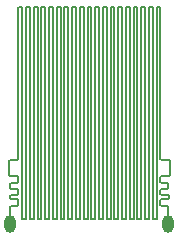
<source format=gtl>
G04*
G04 #@! TF.GenerationSoftware,Altium Limited,Altium Designer,21.4.1 (30)*
G04*
G04 Layer_Physical_Order=1*
G04 Layer_Color=255*
%FSAX44Y44*%
%MOMM*%
G71*
G04*
G04 #@! TF.SameCoordinates,5515323D-6680-48E9-B7F0-251E336EA752*
G04*
G04*
G04 #@! TF.FilePolarity,Positive*
G04*
G01*
G75*
%ADD11O,1.0000X1.5000*%
%ADD14C,0.1520*%
D11*
X00008000Y00010500D02*
D03*
X00142000D02*
D03*
D14*
X00015000Y00065640D02*
Y00194110D01*
X00015890Y00195000D02*
X00018250D01*
X00007890Y00064750D02*
X00014110D01*
X00007000Y00063860D02*
X00007890Y00064750D01*
X00007000Y00052140D02*
Y00063860D01*
X00014110Y00064750D02*
X00015000Y00065640D01*
Y00194110D02*
X00015890Y00195000D01*
X00134360Y00195000D02*
X00135250Y00194109D01*
X00132000Y00195000D02*
X00134360D01*
X00135250Y00065640D02*
X00136140Y00064750D01*
X00135250Y00065640D02*
Y00194109D01*
X00136140Y00064750D02*
X00142110D01*
X00143000Y00063860D01*
Y00052140D02*
Y00063860D01*
X00132000Y00015000D02*
X00132000Y00195000D01*
X00135250Y00036640D02*
X00136140Y00035750D01*
X00141610D02*
X00142500Y00034859D01*
X00135250Y00039609D02*
X00136140Y00040500D01*
Y00035750D02*
X00141610D01*
Y00031750D02*
X00142500Y00032640D01*
Y00034859D01*
X00141110Y00045250D02*
X00142000Y00044360D01*
Y00041390D02*
Y00044360D01*
X00135250Y00036640D02*
Y00039609D01*
Y00046140D02*
Y00050360D01*
X00136140Y00040500D02*
X00141110D01*
X00135250Y00046140D02*
X00136140Y00045250D01*
X00141110Y00040500D02*
X00142000Y00041390D01*
X00135250Y00050360D02*
X00136140Y00051250D01*
Y00045250D02*
X00141110D01*
X00135250Y00030860D02*
X00136140Y00031750D01*
X00141610D01*
X00136140Y00026250D02*
X00141110D01*
X00142000Y00025360D01*
Y00018000D02*
Y00025360D01*
X00135250Y00027140D02*
X00136140Y00026250D01*
X00135250Y00027140D02*
Y00030860D01*
X00142110Y00051250D02*
X00143000Y00052140D01*
X00136140Y00051250D02*
X00142110D01*
X00007890D02*
X00013860D01*
X00007000Y00052140D02*
X00007890Y00051250D01*
X00014750Y00027140D02*
Y00030860D01*
X00013860Y00026250D02*
X00014750Y00027140D01*
X00008000Y00018000D02*
Y00025360D01*
X00008890Y00026250D01*
X00013860D01*
X00008390Y00031750D02*
X00013860D01*
X00014750Y00030860D01*
X00008890Y00045250D02*
X00013860D01*
Y00051250D02*
X00014750Y00050360D01*
X00008000Y00041390D02*
X00008890Y00040500D01*
X00013860Y00045250D02*
X00014750Y00046140D01*
X00008890Y00040500D02*
X00013860D01*
X00014750Y00046140D02*
Y00050360D01*
Y00036640D02*
Y00039609D01*
X00008000Y00041390D02*
Y00044360D01*
X00008890Y00045250D01*
X00018250Y00015000D02*
Y00195000D01*
X00007500Y00032640D02*
Y00034859D01*
Y00032640D02*
X00008390Y00031750D01*
Y00035750D02*
X00013860D01*
Y00040500D02*
X00014750Y00039609D01*
X00007500Y00034859D02*
X00008390Y00035750D01*
X00013860D02*
X00014750Y00036640D01*
X00063750Y00195000D02*
X00063750Y00195000D01*
X00050750Y00015000D02*
X00050750Y00195000D01*
X00076750Y00015000D02*
X00076750Y00195000D01*
X00122250Y00015000D02*
Y00195000D01*
X00106000Y00015000D02*
X00106000Y00195000D01*
X00034500Y00195000D02*
X00037750D01*
X00041000Y00015000D02*
X00041000Y00015000D01*
X00060500D02*
Y00195000D01*
X00099500Y00015000D02*
Y00195000D01*
X00125500Y00015000D02*
Y00195000D01*
X00050750D02*
X00050750Y00195000D01*
X00128750Y00195000D02*
X00128750Y00195000D01*
X00060500Y00195000D02*
X00063750D01*
X00089750Y00015000D02*
X00089750Y00195000D01*
X00037750Y00015000D02*
X00037750Y00195000D01*
X00102750Y00195000D02*
X00102750Y00195000D01*
X00034500Y00015000D02*
Y00195000D01*
X00050750Y00015000D02*
X00054000D01*
X00024750D02*
X00024750Y00195000D01*
X00109250Y00015000D02*
Y00195000D01*
X00024750D02*
X00024750Y00195000D01*
X00073500Y00015000D02*
Y00195000D01*
X00047500Y00015000D02*
Y00195000D01*
X00028000Y00015000D02*
X00028000Y00015000D01*
X00093000Y00195000D02*
X00096250D01*
X00021500Y00195000D02*
X00024750D01*
X00057250Y00195000D02*
X00057250Y00195000D01*
X00037750D02*
X00037750Y00195000D01*
X00080000Y00015000D02*
X00080000Y00195000D01*
X00054000D02*
X00057250D01*
X00086500Y00015000D02*
Y00195000D01*
X00083250Y00015000D02*
Y00195000D01*
X00044250Y00015000D02*
Y00195000D01*
X00063750Y00015000D02*
X00063750Y00195000D01*
X00122250Y00195000D02*
X00122250Y00195000D01*
X00099500D02*
X00102750D01*
X00128750Y00015000D02*
X00128750Y00195000D01*
X00109250Y00195000D02*
X00109250Y00195000D01*
X00076750D02*
X00076750Y00195000D01*
X00115750Y00015000D02*
X00115750Y00195000D01*
X00115750Y00015000D02*
X00119000D01*
X00073500Y00195000D02*
X00076750D01*
X00115750D02*
X00115750Y00195000D01*
X00054000Y00015000D02*
X00054000Y00015000D01*
X00089750Y00195000D02*
X00089750Y00195000D01*
X00031250Y00195000D02*
X00031250Y00195000D01*
X00096250Y00015000D02*
Y00195000D01*
X00102750Y00015000D02*
X00102750Y00195000D01*
X00028000Y00195000D02*
X00031250D01*
X00112500Y00195000D02*
X00115750D01*
X00021500Y00015000D02*
Y00195000D01*
X00067000Y00015000D02*
X00067000Y00195000D01*
X00119000Y00015000D02*
X00119000Y00195000D01*
X00024750Y00015000D02*
X00028000D01*
X00080000D02*
X00080000Y00015000D01*
X00119000Y00015000D02*
X00119000Y00015000D01*
X00112500D02*
Y00195000D01*
X00044250Y00195000D02*
X00044250Y00195000D01*
X00119000Y00195000D02*
X00122250D01*
X00070250Y00015000D02*
Y00195000D01*
X00063750Y00015000D02*
X00067000D01*
X00102750D02*
X00106000D01*
X00047500Y00195000D02*
X00050750D01*
X00031250Y00015000D02*
Y00195000D01*
X00037750Y00015000D02*
X00041000D01*
X00128750D02*
X00132000D01*
X00057250Y00015000D02*
Y00195000D01*
X00125500D02*
X00128750D01*
X00054000Y00015000D02*
X00054000Y00195000D01*
X00106000Y00015000D02*
X00106000Y00015000D01*
X00067000Y00195000D02*
X00070250D01*
X00041000D02*
X00044250D01*
X00132000Y00015000D02*
X00132000Y00015000D01*
X00106000Y00195000D02*
X00109250D01*
X00067000Y00015000D02*
X00067000Y00015000D01*
X00070250Y00195000D02*
X00070250Y00195000D01*
X00086500D02*
X00089750D01*
X00096250Y00195000D02*
X00096250Y00195000D01*
X00089750Y00015000D02*
X00093000D01*
X00093000Y00015000D01*
X00080000Y00195000D02*
X00083250D01*
X00083250Y00195000D01*
X00076750Y00015000D02*
X00080000D01*
X00028000Y00015000D02*
X00028000Y00195000D01*
X00041000Y00015000D02*
X00041000Y00195000D01*
X00093000Y00015000D02*
X00093000Y00195000D01*
X00122250Y00015000D02*
X00125500D01*
X00109250D02*
X00112500D01*
X00096250D02*
X00099500D01*
X00083250D02*
X00086500D01*
X00070250D02*
X00073500D01*
X00057250D02*
X00060500D01*
X00044250D02*
X00047500D01*
X00031250D02*
X00034500D01*
X00018250D02*
X00021500D01*
M02*

</source>
